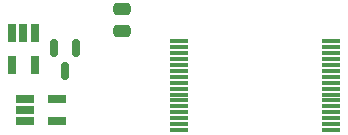
<source format=gbr>
%TF.GenerationSoftware,KiCad,Pcbnew,7.0.5-7.0.5~ubuntu20.04.1*%
%TF.CreationDate,2023-07-18T12:44:14+02:00*%
%TF.ProjectId,EpromEMU_BOT,4570726f-6d45-44d5-955f-424f542e6b69,rev?*%
%TF.SameCoordinates,Original*%
%TF.FileFunction,Paste,Top*%
%TF.FilePolarity,Positive*%
%FSLAX46Y46*%
G04 Gerber Fmt 4.6, Leading zero omitted, Abs format (unit mm)*
G04 Created by KiCad (PCBNEW 7.0.5-7.0.5~ubuntu20.04.1) date 2023-07-18 12:44:14*
%MOMM*%
%LPD*%
G01*
G04 APERTURE LIST*
G04 Aperture macros list*
%AMRoundRect*
0 Rectangle with rounded corners*
0 $1 Rounding radius*
0 $2 $3 $4 $5 $6 $7 $8 $9 X,Y pos of 4 corners*
0 Add a 4 corners polygon primitive as box body*
4,1,4,$2,$3,$4,$5,$6,$7,$8,$9,$2,$3,0*
0 Add four circle primitives for the rounded corners*
1,1,$1+$1,$2,$3*
1,1,$1+$1,$4,$5*
1,1,$1+$1,$6,$7*
1,1,$1+$1,$8,$9*
0 Add four rect primitives between the rounded corners*
20,1,$1+$1,$2,$3,$4,$5,0*
20,1,$1+$1,$4,$5,$6,$7,0*
20,1,$1+$1,$6,$7,$8,$9,0*
20,1,$1+$1,$8,$9,$2,$3,0*%
G04 Aperture macros list end*
%ADD10RoundRect,0.150000X-0.150000X0.587500X-0.150000X-0.587500X0.150000X-0.587500X0.150000X0.587500X0*%
%ADD11R,1.560000X0.650000*%
%ADD12R,0.650000X1.560000*%
%ADD13RoundRect,0.075000X0.700000X0.075000X-0.700000X0.075000X-0.700000X-0.075000X0.700000X-0.075000X0*%
%ADD14RoundRect,0.250000X0.475000X-0.250000X0.475000X0.250000X-0.475000X0.250000X-0.475000X-0.250000X0*%
G04 APERTURE END LIST*
D10*
%TO.C,D1*%
X107020400Y-89463400D03*
X105120400Y-89463400D03*
X106070400Y-91338400D03*
%TD*%
D11*
%TO.C,U3*%
X102688400Y-93715800D03*
X102688400Y-94665800D03*
X102688400Y-95615800D03*
X105388400Y-95615800D03*
X105388400Y-93715800D03*
%TD*%
D12*
%TO.C,U1*%
X103489800Y-88134200D03*
X102539800Y-88134200D03*
X101589800Y-88134200D03*
X101589800Y-90834200D03*
X103489800Y-90834200D03*
%TD*%
D13*
%TO.C,U2*%
X115718120Y-96366600D03*
X115718120Y-95866600D03*
X115718120Y-95366600D03*
X115718120Y-94866600D03*
X115718120Y-94366600D03*
X115718120Y-93866600D03*
X115718120Y-93366600D03*
X115718120Y-92866600D03*
X115718120Y-92366600D03*
X115718120Y-91866600D03*
X115718120Y-91366600D03*
X115718120Y-90866600D03*
X115718120Y-90366600D03*
X115718120Y-89866600D03*
X115718120Y-89366600D03*
X115718120Y-88866600D03*
X128568120Y-88866600D03*
X128568120Y-89366600D03*
X128568120Y-89866600D03*
X128568120Y-90366600D03*
X128568120Y-90866600D03*
X128568120Y-91366600D03*
X128568120Y-91866600D03*
X128568120Y-92366600D03*
X128568120Y-92866600D03*
X128568120Y-93366600D03*
X128568120Y-93866600D03*
X128568120Y-94366600D03*
X128568120Y-94866600D03*
X128568120Y-95366600D03*
X128568120Y-95866600D03*
X128568120Y-96366600D03*
%TD*%
D14*
%TO.C,C4*%
X110896400Y-86121200D03*
X110896400Y-88021200D03*
%TD*%
M02*

</source>
